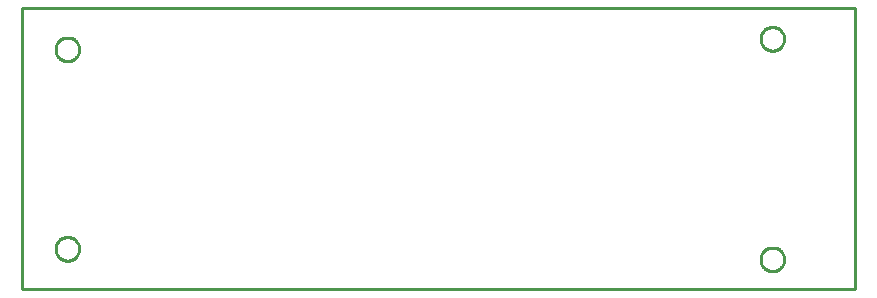
<source format=gbr>
G04 EAGLE Gerber RS-274X export*
G75*
%MOMM*%
%FSLAX34Y34*%
%LPD*%
%IN*%
%IPPOS*%
%AMOC8*
5,1,8,0,0,1.08239X$1,22.5*%
G01*
%ADD10C,0.254000*%


D10*
X165100Y177800D02*
X869750Y177800D01*
X869750Y415800D01*
X165100Y415800D01*
X165100Y177800D01*
X213213Y380563D02*
X213137Y379692D01*
X212985Y378831D01*
X212758Y377986D01*
X212459Y377165D01*
X212090Y376372D01*
X211653Y375615D01*
X211151Y374899D01*
X210589Y374229D01*
X209971Y373611D01*
X209301Y373049D01*
X208585Y372547D01*
X207828Y372110D01*
X207035Y371741D01*
X206214Y371442D01*
X205369Y371215D01*
X204508Y371064D01*
X203637Y370987D01*
X202763Y370987D01*
X201892Y371064D01*
X201031Y371215D01*
X200186Y371442D01*
X199365Y371741D01*
X198572Y372110D01*
X197815Y372547D01*
X197099Y373049D01*
X196429Y373611D01*
X195811Y374229D01*
X195249Y374899D01*
X194747Y375615D01*
X194310Y376372D01*
X193941Y377165D01*
X193642Y377986D01*
X193415Y378831D01*
X193264Y379692D01*
X193187Y380563D01*
X193187Y381437D01*
X193264Y382308D01*
X193415Y383169D01*
X193642Y384014D01*
X193941Y384835D01*
X194310Y385628D01*
X194747Y386385D01*
X195249Y387101D01*
X195811Y387771D01*
X196429Y388389D01*
X197099Y388951D01*
X197815Y389453D01*
X198572Y389890D01*
X199365Y390259D01*
X200186Y390558D01*
X201031Y390785D01*
X201892Y390937D01*
X202763Y391013D01*
X203637Y391013D01*
X204508Y390937D01*
X205369Y390785D01*
X206214Y390558D01*
X207035Y390259D01*
X207828Y389890D01*
X208585Y389453D01*
X209301Y388951D01*
X209971Y388389D01*
X210589Y387771D01*
X211151Y387101D01*
X211653Y386385D01*
X212090Y385628D01*
X212459Y384835D01*
X212758Y384014D01*
X212985Y383169D01*
X213137Y382308D01*
X213213Y381437D01*
X213213Y380563D01*
X213213Y211653D02*
X213137Y210782D01*
X212985Y209921D01*
X212758Y209076D01*
X212459Y208255D01*
X212090Y207462D01*
X211653Y206705D01*
X211151Y205989D01*
X210589Y205319D01*
X209971Y204701D01*
X209301Y204139D01*
X208585Y203637D01*
X207828Y203200D01*
X207035Y202831D01*
X206214Y202532D01*
X205369Y202305D01*
X204508Y202154D01*
X203637Y202077D01*
X202763Y202077D01*
X201892Y202154D01*
X201031Y202305D01*
X200186Y202532D01*
X199365Y202831D01*
X198572Y203200D01*
X197815Y203637D01*
X197099Y204139D01*
X196429Y204701D01*
X195811Y205319D01*
X195249Y205989D01*
X194747Y206705D01*
X194310Y207462D01*
X193941Y208255D01*
X193642Y209076D01*
X193415Y209921D01*
X193264Y210782D01*
X193187Y211653D01*
X193187Y212527D01*
X193264Y213398D01*
X193415Y214259D01*
X193642Y215104D01*
X193941Y215925D01*
X194310Y216718D01*
X194747Y217475D01*
X195249Y218191D01*
X195811Y218861D01*
X196429Y219479D01*
X197099Y220041D01*
X197815Y220543D01*
X198572Y220980D01*
X199365Y221349D01*
X200186Y221648D01*
X201031Y221875D01*
X201892Y222027D01*
X202763Y222103D01*
X203637Y222103D01*
X204508Y222027D01*
X205369Y221875D01*
X206214Y221648D01*
X207035Y221349D01*
X207828Y220980D01*
X208585Y220543D01*
X209301Y220041D01*
X209971Y219479D01*
X210589Y218861D01*
X211151Y218191D01*
X211653Y217475D01*
X212090Y216718D01*
X212459Y215925D01*
X212758Y215104D01*
X212985Y214259D01*
X213137Y213398D01*
X213213Y212527D01*
X213213Y211653D01*
X810113Y389453D02*
X810037Y388582D01*
X809885Y387721D01*
X809658Y386876D01*
X809359Y386055D01*
X808990Y385262D01*
X808553Y384505D01*
X808051Y383789D01*
X807489Y383119D01*
X806871Y382501D01*
X806201Y381939D01*
X805485Y381437D01*
X804728Y381000D01*
X803935Y380631D01*
X803114Y380332D01*
X802269Y380105D01*
X801408Y379954D01*
X800537Y379877D01*
X799663Y379877D01*
X798792Y379954D01*
X797931Y380105D01*
X797086Y380332D01*
X796265Y380631D01*
X795472Y381000D01*
X794715Y381437D01*
X793999Y381939D01*
X793329Y382501D01*
X792711Y383119D01*
X792149Y383789D01*
X791647Y384505D01*
X791210Y385262D01*
X790841Y386055D01*
X790542Y386876D01*
X790315Y387721D01*
X790164Y388582D01*
X790087Y389453D01*
X790087Y390327D01*
X790164Y391198D01*
X790315Y392059D01*
X790542Y392904D01*
X790841Y393725D01*
X791210Y394518D01*
X791647Y395275D01*
X792149Y395991D01*
X792711Y396661D01*
X793329Y397279D01*
X793999Y397841D01*
X794715Y398343D01*
X795472Y398780D01*
X796265Y399149D01*
X797086Y399448D01*
X797931Y399675D01*
X798792Y399827D01*
X799663Y399903D01*
X800537Y399903D01*
X801408Y399827D01*
X802269Y399675D01*
X803114Y399448D01*
X803935Y399149D01*
X804728Y398780D01*
X805485Y398343D01*
X806201Y397841D01*
X806871Y397279D01*
X807489Y396661D01*
X808051Y395991D01*
X808553Y395275D01*
X808990Y394518D01*
X809359Y393725D01*
X809658Y392904D01*
X809885Y392059D01*
X810037Y391198D01*
X810113Y390327D01*
X810113Y389453D01*
X810113Y202763D02*
X810037Y201892D01*
X809885Y201031D01*
X809658Y200186D01*
X809359Y199365D01*
X808990Y198572D01*
X808553Y197815D01*
X808051Y197099D01*
X807489Y196429D01*
X806871Y195811D01*
X806201Y195249D01*
X805485Y194747D01*
X804728Y194310D01*
X803935Y193941D01*
X803114Y193642D01*
X802269Y193415D01*
X801408Y193264D01*
X800537Y193187D01*
X799663Y193187D01*
X798792Y193264D01*
X797931Y193415D01*
X797086Y193642D01*
X796265Y193941D01*
X795472Y194310D01*
X794715Y194747D01*
X793999Y195249D01*
X793329Y195811D01*
X792711Y196429D01*
X792149Y197099D01*
X791647Y197815D01*
X791210Y198572D01*
X790841Y199365D01*
X790542Y200186D01*
X790315Y201031D01*
X790164Y201892D01*
X790087Y202763D01*
X790087Y203637D01*
X790164Y204508D01*
X790315Y205369D01*
X790542Y206214D01*
X790841Y207035D01*
X791210Y207828D01*
X791647Y208585D01*
X792149Y209301D01*
X792711Y209971D01*
X793329Y210589D01*
X793999Y211151D01*
X794715Y211653D01*
X795472Y212090D01*
X796265Y212459D01*
X797086Y212758D01*
X797931Y212985D01*
X798792Y213137D01*
X799663Y213213D01*
X800537Y213213D01*
X801408Y213137D01*
X802269Y212985D01*
X803114Y212758D01*
X803935Y212459D01*
X804728Y212090D01*
X805485Y211653D01*
X806201Y211151D01*
X806871Y210589D01*
X807489Y209971D01*
X808051Y209301D01*
X808553Y208585D01*
X808990Y207828D01*
X809359Y207035D01*
X809658Y206214D01*
X809885Y205369D01*
X810037Y204508D01*
X810113Y203637D01*
X810113Y202763D01*
M02*

</source>
